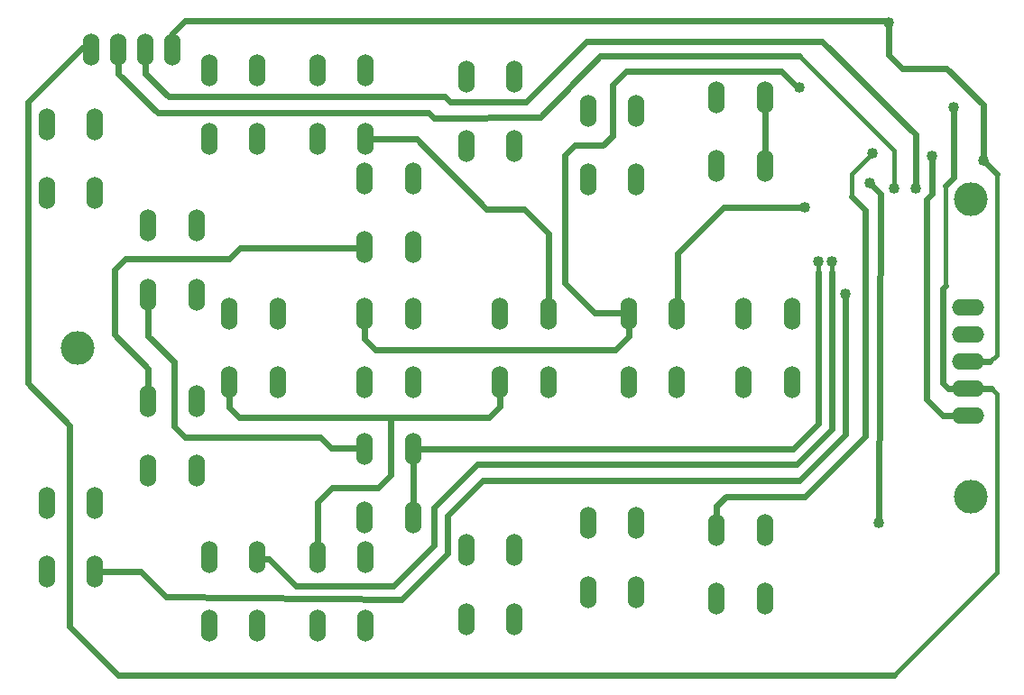
<source format=gbl>
%FSTAX24Y24*%
%MOIN*%
G70*
G01*
G75*
G04 Layer_Physical_Order=2*
G04 Layer_Color=16711680*
%ADD10R,0.0050X0.1000*%
%ADD11R,0.0440X0.0400*%
%ADD12R,0.0400X0.0440*%
%ADD13R,0.0440X0.0400*%
%ADD14R,0.0240X0.0870*%
%ADD15R,0.0240X0.0870*%
%ADD16R,0.1380X0.0480*%
%ADD17C,0.0160*%
%ADD18C,0.0240*%
%ADD19C,0.0120*%
%ADD20C,0.0200*%
%ADD21O,0.0600X0.1200*%
%ADD22O,0.1200X0.0600*%
%ADD23C,0.1250*%
%ADD24C,0.0400*%
D17*
X0401Y0253D02*
Y0257D01*
X0396Y0253D02*
Y0257D01*
X04085Y02895D02*
X0416Y0297D01*
X04085Y0281D02*
Y02895D01*
X0424Y0284D02*
Y0298D01*
X0389Y0333D02*
X0424Y0298D01*
X04595Y022D02*
X0462Y02225D01*
Y02895D01*
X0424Y0104D02*
X0462Y0142D01*
X0443Y0248D02*
Y0285D01*
X046Y021D02*
X0462Y0208D01*
Y0142D02*
Y0208D01*
D18*
X0189Y0148D02*
Y0149D01*
X0191Y0147D01*
X0193D01*
X0203Y0137D01*
X0239D01*
X0254Y0152D01*
X0401Y0195D02*
Y0253D01*
X0388Y0182D02*
X0401Y0195D01*
X027Y0182D02*
X0388D01*
X0254Y0166D02*
X027Y0182D01*
X0254Y0152D02*
Y0166D01*
X02464Y01622D02*
Y01878D01*
X0396Y0197D02*
Y0253D01*
X03868Y01878D02*
X0396Y0197D01*
X02464Y01878D02*
X03868D01*
X0361Y0277D02*
X0391D01*
X0344Y026D02*
X0361Y0277D01*
X0344Y0238D02*
Y026D01*
X02965Y02379D02*
Y0238D01*
Y02675D01*
X02875Y02765D02*
X02965Y02675D01*
X02735Y02765D02*
X02875D01*
X02478Y03022D02*
X02735Y02765D01*
X02289Y03022D02*
X02478D01*
X03764Y02922D02*
Y03178D01*
X0406Y0193D02*
Y0245D01*
X0389Y0176D02*
X0406Y0193D01*
X0272Y0176D02*
X0389D01*
X0259Y0163D02*
X0272Y0176D01*
X0259Y0149D02*
Y0163D01*
X0242Y0132D02*
X0259Y0149D01*
X0155Y0133D02*
X0242Y0132D01*
X01458Y01422D02*
X0155Y0133D01*
X01289Y01422D02*
X01458D01*
X01485Y02054D02*
X01486Y02053D01*
X01485Y02054D02*
Y02175D01*
X0136Y023D02*
X01485Y02175D01*
X0136Y023D02*
Y0254D01*
X014Y0258D01*
X01785D01*
X01825Y0262D01*
X02284D02*
X02286Y02622D01*
X01825Y0262D02*
X02284D01*
X03261Y02295D02*
Y02378D01*
X03211Y02245D02*
X03261Y02295D01*
X02325Y02245D02*
X03211D01*
X02286Y02284D02*
X02325Y02245D01*
X02286Y02284D02*
Y02378D01*
X03259Y0238D02*
X03261Y02378D01*
X03135Y0238D02*
X03259D01*
X03025Y0249D02*
X03135Y0238D01*
X03025Y0249D02*
Y02965D01*
X0306Y03D01*
X03165D01*
X032Y03035D01*
Y03225D01*
X0325Y03275D01*
X03825D01*
X03885Y03215D01*
X0389D01*
X04085Y0281D02*
X04135Y0276D01*
Y01925D02*
Y0276D01*
X0391Y017D02*
X04135Y01925D01*
X0362Y017D02*
X0391D01*
X03586Y01666D02*
X0362Y017D01*
X03586Y01578D02*
Y01666D01*
X02284Y0188D02*
X02286Y01878D01*
X0216Y0188D02*
X02284D01*
X0212Y0192D02*
X0216Y0188D01*
X0162Y0192D02*
X0212D01*
X0158Y0196D02*
X0162Y0192D01*
X0158Y0196D02*
Y022D01*
X01486Y02294D02*
X0158Y022D01*
X01486Y02294D02*
Y02447D01*
X0238Y0178D02*
Y01995D01*
X02335Y01735D02*
X0238Y0178D01*
X02165Y01735D02*
X02335D01*
X02111Y01681D02*
X02165Y01735D01*
X02111Y01478D02*
Y01681D01*
X02785Y02035D02*
Y0212D01*
X02745Y01995D02*
X02785Y02035D01*
X0238Y01995D02*
X02745D01*
X0182D02*
X0238D01*
X01786Y02029D02*
X0182Y01995D01*
X01786Y02029D02*
Y02122D01*
X04185Y01605D02*
X0419Y0282D01*
X03155Y0333D02*
X0389D01*
X02935Y03105D02*
X03155Y0333D01*
X0254Y031D02*
X02935Y03105D01*
X0252Y0312D02*
X0254Y031D01*
X0152Y0312D02*
X0252D01*
X01375Y03265D02*
X0152Y0312D01*
X01375Y03265D02*
Y03355D01*
X0432Y0284D02*
Y0304D01*
X03975Y03385D02*
X0432Y0304D01*
X03105Y03385D02*
X03975D01*
X0288Y0316D02*
X03105Y03385D01*
X026Y0316D02*
X0288D01*
X0258Y0318D02*
X026Y0316D01*
X0156Y0318D02*
X0258D01*
X01475Y03265D02*
X0156Y0318D01*
X01475Y03265D02*
Y03355D01*
X0438Y0282D02*
Y0296D01*
X0436Y028D02*
X0438Y0282D01*
X0436Y0206D02*
Y028D01*
Y0206D02*
X0442Y02D01*
X04515D01*
X0162Y0346D02*
X04215D01*
X01575Y03415D02*
X0162Y0346D01*
X01575Y03355D02*
Y03415D01*
X04215Y0346D02*
X0422Y03455D01*
Y03335D02*
Y03455D01*
X0457Y02945D02*
X0462Y02895D01*
X0422Y03335D02*
X0427Y03285D01*
X04435D01*
X0457Y0315D01*
Y02945D02*
Y0315D01*
X04515Y022D02*
X04595D01*
X0442Y0212D02*
X0444Y021D01*
X0442Y0212D02*
Y0247D01*
X0443Y0248D01*
Y0285D02*
X0446Y0288D01*
Y0314D01*
X0444Y021D02*
X04515D01*
X046D01*
X0127Y0336D02*
X01275Y03355D01*
X0124Y0336D02*
X0127D01*
X0104Y0316D02*
X0124Y0336D01*
X0104Y0212D02*
Y0316D01*
Y0212D02*
X01195Y01965D01*
X01375Y0104D02*
X0424D01*
X01195Y0122D02*
X01375Y0104D01*
X01195Y0122D02*
Y01965D01*
D19*
X01889Y01478D02*
X0189Y0148D01*
X02964Y02378D02*
X0297Y0238D01*
X02965D02*
X0297D01*
X02785Y0212D02*
X0279D01*
X02786Y02122D02*
X0279Y0212D01*
D20*
X03439Y02378D02*
X0344Y0238D01*
X0415Y0286D02*
X0419Y0282D01*
D21*
X01289Y03078D02*
D03*
X01111D02*
D03*
X01289Y02822D02*
D03*
X01111D02*
D03*
X01664Y02053D02*
D03*
X01486D02*
D03*
X01664Y01797D02*
D03*
X01486D02*
D03*
X01664Y02703D02*
D03*
X01486D02*
D03*
X01664Y02447D02*
D03*
X01486D02*
D03*
X01889Y01478D02*
D03*
X01711D02*
D03*
X01889Y01222D02*
D03*
X01711D02*
D03*
X01964Y02378D02*
D03*
X01786D02*
D03*
X01964Y02122D02*
D03*
X01786D02*
D03*
X01889Y03278D02*
D03*
X01711D02*
D03*
X01889Y03022D02*
D03*
X01711D02*
D03*
X02289Y01478D02*
D03*
X02111D02*
D03*
X02289Y01222D02*
D03*
X02111D02*
D03*
X02464Y01878D02*
D03*
X02286D02*
D03*
X02464Y01622D02*
D03*
X02286D02*
D03*
X02464Y02378D02*
D03*
X02286D02*
D03*
X02464Y02122D02*
D03*
X02286D02*
D03*
X02464Y02878D02*
D03*
X02286D02*
D03*
X02464Y02622D02*
D03*
X02286D02*
D03*
X02289Y03278D02*
D03*
X02111D02*
D03*
X02289Y03022D02*
D03*
X02111D02*
D03*
X02839Y01503D02*
D03*
X02661D02*
D03*
X02839Y01247D02*
D03*
X02661D02*
D03*
X02964Y02378D02*
D03*
X02786D02*
D03*
X02964Y02122D02*
D03*
X02786D02*
D03*
X03439Y02378D02*
D03*
X03261D02*
D03*
X03439Y02122D02*
D03*
X03261D02*
D03*
X03289Y01603D02*
D03*
X03111D02*
D03*
X03289Y01347D02*
D03*
X03111D02*
D03*
X02839Y03253D02*
D03*
X02661D02*
D03*
X02839Y02997D02*
D03*
X02661D02*
D03*
X03289Y03128D02*
D03*
X03111D02*
D03*
X03289Y02872D02*
D03*
X03111D02*
D03*
X03764Y01578D02*
D03*
X03586D02*
D03*
X03764Y01322D02*
D03*
X03586D02*
D03*
X03864Y02378D02*
D03*
X03686D02*
D03*
X03864Y02122D02*
D03*
X03686D02*
D03*
X03764Y03178D02*
D03*
X03586D02*
D03*
X03764Y02922D02*
D03*
X03586D02*
D03*
X01575Y03355D02*
D03*
X01475D02*
D03*
X01375D02*
D03*
X01275D02*
D03*
X01289Y01678D02*
D03*
X01111D02*
D03*
X01289Y01422D02*
D03*
X01111D02*
D03*
D22*
X04515Y024D02*
D03*
Y023D02*
D03*
Y022D02*
D03*
Y021D02*
D03*
Y02D02*
D03*
D23*
X01225Y0225D02*
D03*
X04525Y028D02*
D03*
Y017D02*
D03*
D24*
X0401Y0257D02*
D03*
X0396D02*
D03*
X0391Y0277D02*
D03*
X0406Y0245D02*
D03*
X0389Y03215D02*
D03*
X0416Y0297D02*
D03*
X04185Y01605D02*
D03*
X0415Y0286D02*
D03*
X0424Y0284D02*
D03*
X0432D02*
D03*
X0438Y0296D02*
D03*
X0422Y03455D02*
D03*
X0457Y02945D02*
D03*
X0446Y0314D02*
D03*
M02*

</source>
